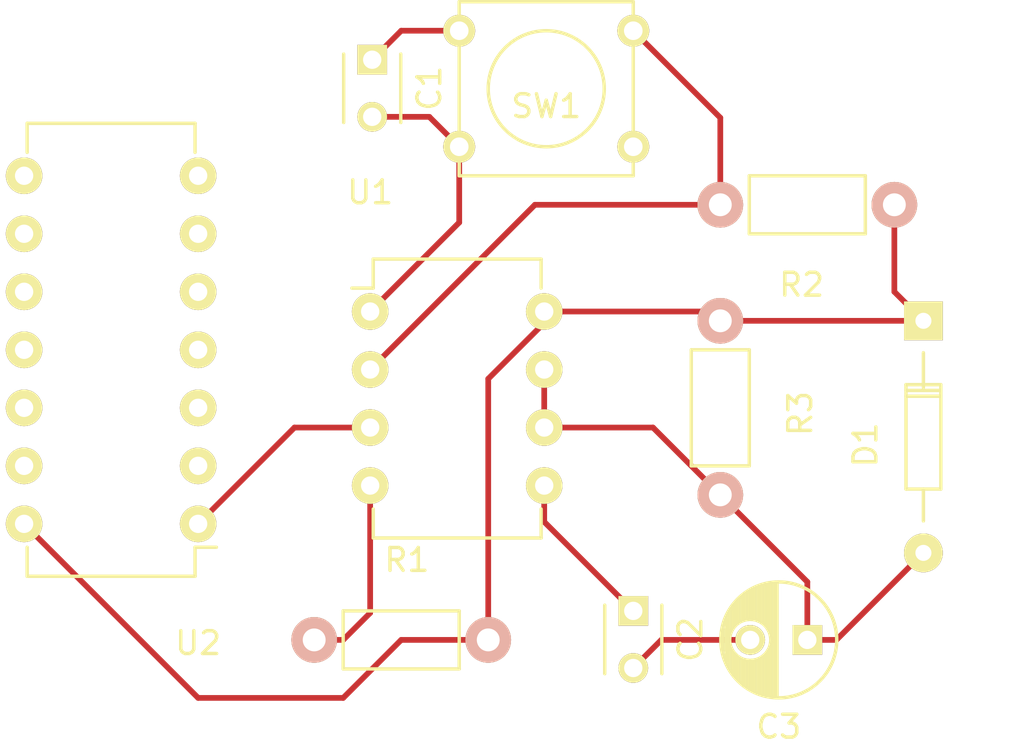
<source format=kicad_pcb>
(kicad_pcb (version 4) (host pcbnew 4.0.4-snap1-stable)

  (general
    (links 22)
    (no_connects 4)
    (area 168.924999 101.324999 214.18354 134.425)
    (thickness 1.6)
    (drawings 0)
    (tracks 40)
    (zones 0)
    (modules 10)
    (nets 9)
  )

  (page A4)
  (layers
    (0 F.Cu signal)
    (31 B.Cu signal)
    (32 B.Adhes user)
    (33 F.Adhes user)
    (34 B.Paste user)
    (35 F.Paste user)
    (36 B.SilkS user)
    (37 F.SilkS user)
    (38 B.Mask user)
    (39 F.Mask user)
    (40 Dwgs.User user)
    (41 Cmts.User user)
    (42 Eco1.User user)
    (43 Eco2.User user)
    (44 Edge.Cuts user)
    (45 Margin user)
    (46 B.CrtYd user)
    (47 F.CrtYd user)
    (48 B.Fab user)
    (49 F.Fab user)
  )

  (setup
    (last_trace_width 0.25)
    (trace_clearance 0.2)
    (zone_clearance 0.508)
    (zone_45_only no)
    (trace_min 0.2)
    (segment_width 0.2)
    (edge_width 0.15)
    (via_size 0.6)
    (via_drill 0.4)
    (via_min_size 0.4)
    (via_min_drill 0.3)
    (uvia_size 0.3)
    (uvia_drill 0.1)
    (uvias_allowed no)
    (uvia_min_size 0.2)
    (uvia_min_drill 0.1)
    (pcb_text_width 0.3)
    (pcb_text_size 1.5 1.5)
    (mod_edge_width 0.15)
    (mod_text_size 1 1)
    (mod_text_width 0.15)
    (pad_size 1.524 1.524)
    (pad_drill 0.762)
    (pad_to_mask_clearance 0.2)
    (aux_axis_origin 0 0)
    (visible_elements FFFFFF7F)
    (pcbplotparams
      (layerselection 0x00030_80000001)
      (usegerberextensions false)
      (excludeedgelayer true)
      (linewidth 0.100000)
      (plotframeref false)
      (viasonmask false)
      (mode 1)
      (useauxorigin false)
      (hpglpennumber 1)
      (hpglpenspeed 20)
      (hpglpendiameter 15)
      (hpglpenoverlay 2)
      (psnegative false)
      (psa4output false)
      (plotreference true)
      (plotvalue true)
      (plotinvisibletext false)
      (padsonsilk false)
      (subtractmaskfromsilk false)
      (outputformat 1)
      (mirror false)
      (drillshape 1)
      (scaleselection 1)
      (outputdirectory ""))
  )

  (net 0 "")
  (net 1 "Net-(C1-Pad1)")
  (net 2 GND)
  (net 3 "Net-(C2-Pad1)")
  (net 4 "Net-(C3-Pad1)")
  (net 5 +5V)
  (net 6 "Net-(R1-Pad1)")
  (net 7 "Net-(U1-Pad3)")
  (net 8 "Net-(U2-Pad2)")

  (net_class Default "This is the default net class."
    (clearance 0.2)
    (trace_width 0.25)
    (via_dia 0.6)
    (via_drill 0.4)
    (uvia_dia 0.3)
    (uvia_drill 0.1)
    (add_net +5V)
    (add_net GND)
    (add_net "Net-(C1-Pad1)")
    (add_net "Net-(C2-Pad1)")
    (add_net "Net-(C3-Pad1)")
    (add_net "Net-(R1-Pad1)")
    (add_net "Net-(U1-Pad3)")
    (add_net "Net-(U2-Pad2)")
  )

  (module Capacitors_ThroughHole:C_Disc_D3_P2.5 (layer F.Cu) (tedit 0) (tstamp 5C5B8853)
    (at 185.42 104.14 270)
    (descr "Capacitor 3mm Disc, Pitch 2.5mm")
    (tags Capacitor)
    (path /5C5B8C44)
    (fp_text reference C1 (at 1.25 -2.5 270) (layer F.SilkS)
      (effects (font (size 1 1) (thickness 0.15)))
    )
    (fp_text value .01uF (at 1.25 2.5 270) (layer F.Fab)
      (effects (font (size 1 1) (thickness 0.15)))
    )
    (fp_line (start -0.9 -1.5) (end 3.4 -1.5) (layer F.CrtYd) (width 0.05))
    (fp_line (start 3.4 -1.5) (end 3.4 1.5) (layer F.CrtYd) (width 0.05))
    (fp_line (start 3.4 1.5) (end -0.9 1.5) (layer F.CrtYd) (width 0.05))
    (fp_line (start -0.9 1.5) (end -0.9 -1.5) (layer F.CrtYd) (width 0.05))
    (fp_line (start -0.25 -1.25) (end 2.75 -1.25) (layer F.SilkS) (width 0.15))
    (fp_line (start 2.75 1.25) (end -0.25 1.25) (layer F.SilkS) (width 0.15))
    (pad 1 thru_hole rect (at 0 0 270) (size 1.3 1.3) (drill 0.8) (layers *.Cu *.Mask F.SilkS)
      (net 1 "Net-(C1-Pad1)"))
    (pad 2 thru_hole circle (at 2.5 0 270) (size 1.3 1.3) (drill 0.8001) (layers *.Cu *.Mask F.SilkS)
      (net 2 GND))
    (model Capacitors_ThroughHole.3dshapes/C_Disc_D3_P2.5.wrl
      (at (xyz 0.0492126 0 0))
      (scale (xyz 1 1 1))
      (rotate (xyz 0 0 0))
    )
  )

  (module Capacitors_ThroughHole:C_Disc_D3_P2.5 (layer F.Cu) (tedit 0) (tstamp 5C5B885F)
    (at 196.85 128.27 270)
    (descr "Capacitor 3mm Disc, Pitch 2.5mm")
    (tags Capacitor)
    (path /5C5B8AFC)
    (fp_text reference C2 (at 1.25 -2.5 270) (layer F.SilkS)
      (effects (font (size 1 1) (thickness 0.15)))
    )
    (fp_text value .01uF (at 1.25 2.5 270) (layer F.Fab)
      (effects (font (size 1 1) (thickness 0.15)))
    )
    (fp_line (start -0.9 -1.5) (end 3.4 -1.5) (layer F.CrtYd) (width 0.05))
    (fp_line (start 3.4 -1.5) (end 3.4 1.5) (layer F.CrtYd) (width 0.05))
    (fp_line (start 3.4 1.5) (end -0.9 1.5) (layer F.CrtYd) (width 0.05))
    (fp_line (start -0.9 1.5) (end -0.9 -1.5) (layer F.CrtYd) (width 0.05))
    (fp_line (start -0.25 -1.25) (end 2.75 -1.25) (layer F.SilkS) (width 0.15))
    (fp_line (start 2.75 1.25) (end -0.25 1.25) (layer F.SilkS) (width 0.15))
    (pad 1 thru_hole rect (at 0 0 270) (size 1.3 1.3) (drill 0.8) (layers *.Cu *.Mask F.SilkS)
      (net 3 "Net-(C2-Pad1)"))
    (pad 2 thru_hole circle (at 2.5 0 270) (size 1.3 1.3) (drill 0.8001) (layers *.Cu *.Mask F.SilkS)
      (net 2 GND))
    (model Capacitors_ThroughHole.3dshapes/C_Disc_D3_P2.5.wrl
      (at (xyz 0.0492126 0 0))
      (scale (xyz 1 1 1))
      (rotate (xyz 0 0 0))
    )
  )

  (module Capacitors_ThroughHole:C_Radial_D5_L6_P2.5 (layer F.Cu) (tedit 0) (tstamp 5C5B8887)
    (at 204.47 129.54 180)
    (descr "Radial Electrolytic Capacitor Diameter 5mm x Length 6mm, Pitch 2.5mm")
    (tags "Electrolytic Capacitor")
    (path /5C5BB1E0)
    (fp_text reference C3 (at 1.25 -3.8 180) (layer F.SilkS)
      (effects (font (size 1 1) (thickness 0.15)))
    )
    (fp_text value 10uF (at 1.25 3.8 180) (layer F.Fab)
      (effects (font (size 1 1) (thickness 0.15)))
    )
    (fp_line (start 1.325 -2.499) (end 1.325 2.499) (layer F.SilkS) (width 0.15))
    (fp_line (start 1.465 -2.491) (end 1.465 2.491) (layer F.SilkS) (width 0.15))
    (fp_line (start 1.605 -2.475) (end 1.605 -0.095) (layer F.SilkS) (width 0.15))
    (fp_line (start 1.605 0.095) (end 1.605 2.475) (layer F.SilkS) (width 0.15))
    (fp_line (start 1.745 -2.451) (end 1.745 -0.49) (layer F.SilkS) (width 0.15))
    (fp_line (start 1.745 0.49) (end 1.745 2.451) (layer F.SilkS) (width 0.15))
    (fp_line (start 1.885 -2.418) (end 1.885 -0.657) (layer F.SilkS) (width 0.15))
    (fp_line (start 1.885 0.657) (end 1.885 2.418) (layer F.SilkS) (width 0.15))
    (fp_line (start 2.025 -2.377) (end 2.025 -0.764) (layer F.SilkS) (width 0.15))
    (fp_line (start 2.025 0.764) (end 2.025 2.377) (layer F.SilkS) (width 0.15))
    (fp_line (start 2.165 -2.327) (end 2.165 -0.835) (layer F.SilkS) (width 0.15))
    (fp_line (start 2.165 0.835) (end 2.165 2.327) (layer F.SilkS) (width 0.15))
    (fp_line (start 2.305 -2.266) (end 2.305 -0.879) (layer F.SilkS) (width 0.15))
    (fp_line (start 2.305 0.879) (end 2.305 2.266) (layer F.SilkS) (width 0.15))
    (fp_line (start 2.445 -2.196) (end 2.445 -0.898) (layer F.SilkS) (width 0.15))
    (fp_line (start 2.445 0.898) (end 2.445 2.196) (layer F.SilkS) (width 0.15))
    (fp_line (start 2.585 -2.114) (end 2.585 -0.896) (layer F.SilkS) (width 0.15))
    (fp_line (start 2.585 0.896) (end 2.585 2.114) (layer F.SilkS) (width 0.15))
    (fp_line (start 2.725 -2.019) (end 2.725 -0.871) (layer F.SilkS) (width 0.15))
    (fp_line (start 2.725 0.871) (end 2.725 2.019) (layer F.SilkS) (width 0.15))
    (fp_line (start 2.865 -1.908) (end 2.865 -0.823) (layer F.SilkS) (width 0.15))
    (fp_line (start 2.865 0.823) (end 2.865 1.908) (layer F.SilkS) (width 0.15))
    (fp_line (start 3.005 -1.78) (end 3.005 -0.745) (layer F.SilkS) (width 0.15))
    (fp_line (start 3.005 0.745) (end 3.005 1.78) (layer F.SilkS) (width 0.15))
    (fp_line (start 3.145 -1.631) (end 3.145 -0.628) (layer F.SilkS) (width 0.15))
    (fp_line (start 3.145 0.628) (end 3.145 1.631) (layer F.SilkS) (width 0.15))
    (fp_line (start 3.285 -1.452) (end 3.285 -0.44) (layer F.SilkS) (width 0.15))
    (fp_line (start 3.285 0.44) (end 3.285 1.452) (layer F.SilkS) (width 0.15))
    (fp_line (start 3.425 -1.233) (end 3.425 1.233) (layer F.SilkS) (width 0.15))
    (fp_line (start 3.565 -0.944) (end 3.565 0.944) (layer F.SilkS) (width 0.15))
    (fp_line (start 3.705 -0.472) (end 3.705 0.472) (layer F.SilkS) (width 0.15))
    (fp_circle (center 2.5 0) (end 2.5 -0.9) (layer F.SilkS) (width 0.15))
    (fp_circle (center 1.25 0) (end 1.25 -2.5375) (layer F.SilkS) (width 0.15))
    (fp_circle (center 1.25 0) (end 1.25 -2.8) (layer F.CrtYd) (width 0.05))
    (pad 1 thru_hole rect (at 0 0 180) (size 1.3 1.3) (drill 0.8) (layers *.Cu *.Mask F.SilkS)
      (net 4 "Net-(C3-Pad1)"))
    (pad 2 thru_hole circle (at 2.5 0 180) (size 1.3 1.3) (drill 0.8) (layers *.Cu *.Mask F.SilkS)
      (net 2 GND))
    (model Capacitors_ThroughHole.3dshapes/C_Radial_D5_L6_P2.5.wrl
      (at (xyz 0.0492126 0 0))
      (scale (xyz 1 1 1))
      (rotate (xyz 0 0 90))
    )
  )

  (module Diodes_ThroughHole:Diode_DO-35_SOD27_Horizontal_RM10 (layer F.Cu) (tedit 552FFC30) (tstamp 5C5B8896)
    (at 209.55 115.57 270)
    (descr "Diode, DO-35,  SOD27, Horizontal, RM 10mm")
    (tags "Diode, DO-35, SOD27, Horizontal, RM 10mm, 1N4148,")
    (path /5C5BBBEA)
    (fp_text reference D1 (at 5.43052 2.53746 270) (layer F.SilkS)
      (effects (font (size 1 1) (thickness 0.15)))
    )
    (fp_text value D (at 4.41452 -3.55854 270) (layer F.Fab)
      (effects (font (size 1 1) (thickness 0.15)))
    )
    (fp_line (start 7.36652 -0.00254) (end 8.76352 -0.00254) (layer F.SilkS) (width 0.15))
    (fp_line (start 2.92152 -0.00254) (end 1.39752 -0.00254) (layer F.SilkS) (width 0.15))
    (fp_line (start 3.30252 -0.76454) (end 3.30252 0.75946) (layer F.SilkS) (width 0.15))
    (fp_line (start 3.04852 -0.76454) (end 3.04852 0.75946) (layer F.SilkS) (width 0.15))
    (fp_line (start 2.79452 -0.00254) (end 2.79452 0.75946) (layer F.SilkS) (width 0.15))
    (fp_line (start 2.79452 0.75946) (end 7.36652 0.75946) (layer F.SilkS) (width 0.15))
    (fp_line (start 7.36652 0.75946) (end 7.36652 -0.76454) (layer F.SilkS) (width 0.15))
    (fp_line (start 7.36652 -0.76454) (end 2.79452 -0.76454) (layer F.SilkS) (width 0.15))
    (fp_line (start 2.79452 -0.76454) (end 2.79452 -0.00254) (layer F.SilkS) (width 0.15))
    (pad 2 thru_hole circle (at 10.16052 -0.00254 90) (size 1.69926 1.69926) (drill 0.70104) (layers *.Cu *.Mask F.SilkS)
      (net 4 "Net-(C3-Pad1)"))
    (pad 1 thru_hole rect (at 0.00052 -0.00254 90) (size 1.69926 1.69926) (drill 0.70104) (layers *.Cu *.Mask F.SilkS)
      (net 5 +5V))
    (model Diodes_ThroughHole.3dshapes/Diode_DO-35_SOD27_Horizontal_RM10.wrl
      (at (xyz 0.2 0 0))
      (scale (xyz 0.4 0.4 0.4))
      (rotate (xyz 0 0 180))
    )
  )

  (module Resistors_ThroughHole:Resistor_Horizontal_RM7mm (layer F.Cu) (tedit 569FCF07) (tstamp 5C5B88A4)
    (at 182.88 129.54)
    (descr "Resistor, Axial,  RM 7.62mm, 1/3W,")
    (tags "Resistor Axial RM 7.62mm 1/3W R3")
    (path /5C5B7D08)
    (fp_text reference R1 (at 4.05892 -3.50012) (layer F.SilkS)
      (effects (font (size 1 1) (thickness 0.15)))
    )
    (fp_text value 3.3K (at 3.81 3.81) (layer F.Fab)
      (effects (font (size 1 1) (thickness 0.15)))
    )
    (fp_line (start -1.25 -1.5) (end 8.85 -1.5) (layer F.CrtYd) (width 0.05))
    (fp_line (start -1.25 1.5) (end -1.25 -1.5) (layer F.CrtYd) (width 0.05))
    (fp_line (start 8.85 -1.5) (end 8.85 1.5) (layer F.CrtYd) (width 0.05))
    (fp_line (start -1.25 1.5) (end 8.85 1.5) (layer F.CrtYd) (width 0.05))
    (fp_line (start 1.27 -1.27) (end 6.35 -1.27) (layer F.SilkS) (width 0.15))
    (fp_line (start 6.35 -1.27) (end 6.35 1.27) (layer F.SilkS) (width 0.15))
    (fp_line (start 6.35 1.27) (end 1.27 1.27) (layer F.SilkS) (width 0.15))
    (fp_line (start 1.27 1.27) (end 1.27 -1.27) (layer F.SilkS) (width 0.15))
    (pad 1 thru_hole circle (at 0 0) (size 1.99898 1.99898) (drill 1.00076) (layers *.Cu *.SilkS *.Mask)
      (net 6 "Net-(R1-Pad1)"))
    (pad 2 thru_hole circle (at 7.62 0) (size 1.99898 1.99898) (drill 1.00076) (layers *.Cu *.SilkS *.Mask)
      (net 5 +5V))
  )

  (module Resistors_ThroughHole:Resistor_Horizontal_RM7mm (layer F.Cu) (tedit 569FCF07) (tstamp 5C5B88B2)
    (at 208.28 110.49 180)
    (descr "Resistor, Axial,  RM 7.62mm, 1/3W,")
    (tags "Resistor Axial RM 7.62mm 1/3W R3")
    (path /5C5B8708)
    (fp_text reference R2 (at 4.05892 -3.50012 180) (layer F.SilkS)
      (effects (font (size 1 1) (thickness 0.15)))
    )
    (fp_text value 1M (at 3.81 3.81 180) (layer F.Fab)
      (effects (font (size 1 1) (thickness 0.15)))
    )
    (fp_line (start -1.25 -1.5) (end 8.85 -1.5) (layer F.CrtYd) (width 0.05))
    (fp_line (start -1.25 1.5) (end -1.25 -1.5) (layer F.CrtYd) (width 0.05))
    (fp_line (start 8.85 -1.5) (end 8.85 1.5) (layer F.CrtYd) (width 0.05))
    (fp_line (start -1.25 1.5) (end 8.85 1.5) (layer F.CrtYd) (width 0.05))
    (fp_line (start 1.27 -1.27) (end 6.35 -1.27) (layer F.SilkS) (width 0.15))
    (fp_line (start 6.35 -1.27) (end 6.35 1.27) (layer F.SilkS) (width 0.15))
    (fp_line (start 6.35 1.27) (end 1.27 1.27) (layer F.SilkS) (width 0.15))
    (fp_line (start 1.27 1.27) (end 1.27 -1.27) (layer F.SilkS) (width 0.15))
    (pad 1 thru_hole circle (at 0 0 180) (size 1.99898 1.99898) (drill 1.00076) (layers *.Cu *.SilkS *.Mask)
      (net 5 +5V))
    (pad 2 thru_hole circle (at 7.62 0 180) (size 1.99898 1.99898) (drill 1.00076) (layers *.Cu *.SilkS *.Mask)
      (net 1 "Net-(C1-Pad1)"))
  )

  (module Resistors_ThroughHole:Resistor_Horizontal_RM7mm (layer F.Cu) (tedit 569FCF07) (tstamp 5C5B88C0)
    (at 200.66 115.57 270)
    (descr "Resistor, Axial,  RM 7.62mm, 1/3W,")
    (tags "Resistor Axial RM 7.62mm 1/3W R3")
    (path /5C5BB145)
    (fp_text reference R3 (at 4.05892 -3.50012 270) (layer F.SilkS)
      (effects (font (size 1 1) (thickness 0.15)))
    )
    (fp_text value 47K (at 3.81 3.81 270) (layer F.Fab)
      (effects (font (size 1 1) (thickness 0.15)))
    )
    (fp_line (start -1.25 -1.5) (end 8.85 -1.5) (layer F.CrtYd) (width 0.05))
    (fp_line (start -1.25 1.5) (end -1.25 -1.5) (layer F.CrtYd) (width 0.05))
    (fp_line (start 8.85 -1.5) (end 8.85 1.5) (layer F.CrtYd) (width 0.05))
    (fp_line (start -1.25 1.5) (end 8.85 1.5) (layer F.CrtYd) (width 0.05))
    (fp_line (start 1.27 -1.27) (end 6.35 -1.27) (layer F.SilkS) (width 0.15))
    (fp_line (start 6.35 -1.27) (end 6.35 1.27) (layer F.SilkS) (width 0.15))
    (fp_line (start 6.35 1.27) (end 1.27 1.27) (layer F.SilkS) (width 0.15))
    (fp_line (start 1.27 1.27) (end 1.27 -1.27) (layer F.SilkS) (width 0.15))
    (pad 1 thru_hole circle (at 0 0 270) (size 1.99898 1.99898) (drill 1.00076) (layers *.Cu *.SilkS *.Mask)
      (net 5 +5V))
    (pad 2 thru_hole circle (at 7.62 0 270) (size 1.99898 1.99898) (drill 1.00076) (layers *.Cu *.SilkS *.Mask)
      (net 4 "Net-(C3-Pad1)"))
  )

  (module Buttons_Switches_ThroughHole:SW_PUSH_SMALL (layer F.Cu) (tedit 0) (tstamp 5C5B88CD)
    (at 193.04 105.41 180)
    (path /5C5B641E)
    (fp_text reference SW1 (at 0 -0.762 180) (layer F.SilkS)
      (effects (font (size 1 1) (thickness 0.15)))
    )
    (fp_text value SW_PUSH (at 0 1.016 180) (layer F.Fab)
      (effects (font (size 1 1) (thickness 0.15)))
    )
    (fp_circle (center 0 0) (end 0 -2.54) (layer F.SilkS) (width 0.15))
    (fp_line (start -3.81 -3.81) (end 3.81 -3.81) (layer F.SilkS) (width 0.15))
    (fp_line (start 3.81 -3.81) (end 3.81 3.81) (layer F.SilkS) (width 0.15))
    (fp_line (start 3.81 3.81) (end -3.81 3.81) (layer F.SilkS) (width 0.15))
    (fp_line (start -3.81 -3.81) (end -3.81 3.81) (layer F.SilkS) (width 0.15))
    (pad 1 thru_hole circle (at 3.81 -2.54 180) (size 1.397 1.397) (drill 0.8128) (layers *.Cu *.Mask F.SilkS)
      (net 2 GND))
    (pad 2 thru_hole circle (at 3.81 2.54 180) (size 1.397 1.397) (drill 0.8128) (layers *.Cu *.Mask F.SilkS)
      (net 1 "Net-(C1-Pad1)"))
    (pad 1 thru_hole circle (at -3.81 -2.54 180) (size 1.397 1.397) (drill 0.8128) (layers *.Cu *.Mask F.SilkS)
      (net 2 GND))
    (pad 2 thru_hole circle (at -3.81 2.54 180) (size 1.397 1.397) (drill 0.8128) (layers *.Cu *.Mask F.SilkS)
      (net 1 "Net-(C1-Pad1)"))
  )

  (module Housings_DIP:DIP-8_W7.62mm (layer F.Cu) (tedit 54130A77) (tstamp 5C5B88E4)
    (at 185.3311 115.1636)
    (descr "8-lead dip package, row spacing 7.62 mm (300 mils)")
    (tags "dil dip 2.54 300")
    (path /5C5B7EE4)
    (fp_text reference U1 (at 0 -5.22) (layer F.SilkS)
      (effects (font (size 1 1) (thickness 0.15)))
    )
    (fp_text value NE555 (at 0 -3.72) (layer F.Fab)
      (effects (font (size 1 1) (thickness 0.15)))
    )
    (fp_line (start -1.05 -2.45) (end -1.05 10.1) (layer F.CrtYd) (width 0.05))
    (fp_line (start 8.65 -2.45) (end 8.65 10.1) (layer F.CrtYd) (width 0.05))
    (fp_line (start -1.05 -2.45) (end 8.65 -2.45) (layer F.CrtYd) (width 0.05))
    (fp_line (start -1.05 10.1) (end 8.65 10.1) (layer F.CrtYd) (width 0.05))
    (fp_line (start 0.135 -2.295) (end 0.135 -1.025) (layer F.SilkS) (width 0.15))
    (fp_line (start 7.485 -2.295) (end 7.485 -1.025) (layer F.SilkS) (width 0.15))
    (fp_line (start 7.485 9.915) (end 7.485 8.645) (layer F.SilkS) (width 0.15))
    (fp_line (start 0.135 9.915) (end 0.135 8.645) (layer F.SilkS) (width 0.15))
    (fp_line (start 0.135 -2.295) (end 7.485 -2.295) (layer F.SilkS) (width 0.15))
    (fp_line (start 0.135 9.915) (end 7.485 9.915) (layer F.SilkS) (width 0.15))
    (fp_line (start 0.135 -1.025) (end -0.8 -1.025) (layer F.SilkS) (width 0.15))
    (pad 1 thru_hole oval (at 0 0) (size 1.6 1.6) (drill 0.8) (layers *.Cu *.Mask F.SilkS)
      (net 2 GND))
    (pad 2 thru_hole oval (at 0 2.54) (size 1.6 1.6) (drill 0.8) (layers *.Cu *.Mask F.SilkS)
      (net 1 "Net-(C1-Pad1)"))
    (pad 3 thru_hole oval (at 0 5.08) (size 1.6 1.6) (drill 0.8) (layers *.Cu *.Mask F.SilkS)
      (net 7 "Net-(U1-Pad3)"))
    (pad 4 thru_hole oval (at 0 7.62) (size 1.6 1.6) (drill 0.8) (layers *.Cu *.Mask F.SilkS)
      (net 6 "Net-(R1-Pad1)"))
    (pad 5 thru_hole oval (at 7.62 7.62) (size 1.6 1.6) (drill 0.8) (layers *.Cu *.Mask F.SilkS)
      (net 3 "Net-(C2-Pad1)"))
    (pad 6 thru_hole oval (at 7.62 5.08) (size 1.6 1.6) (drill 0.8) (layers *.Cu *.Mask F.SilkS)
      (net 4 "Net-(C3-Pad1)"))
    (pad 7 thru_hole oval (at 7.62 2.54) (size 1.6 1.6) (drill 0.8) (layers *.Cu *.Mask F.SilkS)
      (net 4 "Net-(C3-Pad1)"))
    (pad 8 thru_hole oval (at 7.62 0) (size 1.6 1.6) (drill 0.8) (layers *.Cu *.Mask F.SilkS)
      (net 5 +5V))
    (model Housings_DIP.3dshapes/DIP-8_W7.62mm.wrl
      (at (xyz 0 0 0))
      (scale (xyz 1 1 1))
      (rotate (xyz 0 0 0))
    )
  )

  (module Housings_DIP:DIP-14_W7.62mm (layer F.Cu) (tedit 54130A77) (tstamp 5C5B8901)
    (at 177.8 124.46 180)
    (descr "14-lead dip package, row spacing 7.62 mm (300 mils)")
    (tags "dil dip 2.54 300")
    (path /5C5BC0FD)
    (fp_text reference U2 (at 0 -5.22 180) (layer F.SilkS)
      (effects (font (size 1 1) (thickness 0.15)))
    )
    (fp_text value 74LS04 (at 0 -3.72 180) (layer F.Fab)
      (effects (font (size 1 1) (thickness 0.15)))
    )
    (fp_line (start -1.05 -2.45) (end -1.05 17.7) (layer F.CrtYd) (width 0.05))
    (fp_line (start 8.65 -2.45) (end 8.65 17.7) (layer F.CrtYd) (width 0.05))
    (fp_line (start -1.05 -2.45) (end 8.65 -2.45) (layer F.CrtYd) (width 0.05))
    (fp_line (start -1.05 17.7) (end 8.65 17.7) (layer F.CrtYd) (width 0.05))
    (fp_line (start 0.135 -2.295) (end 0.135 -1.025) (layer F.SilkS) (width 0.15))
    (fp_line (start 7.485 -2.295) (end 7.485 -1.025) (layer F.SilkS) (width 0.15))
    (fp_line (start 7.485 17.535) (end 7.485 16.265) (layer F.SilkS) (width 0.15))
    (fp_line (start 0.135 17.535) (end 0.135 16.265) (layer F.SilkS) (width 0.15))
    (fp_line (start 0.135 -2.295) (end 7.485 -2.295) (layer F.SilkS) (width 0.15))
    (fp_line (start 0.135 17.535) (end 7.485 17.535) (layer F.SilkS) (width 0.15))
    (fp_line (start 0.135 -1.025) (end -0.8 -1.025) (layer F.SilkS) (width 0.15))
    (pad 1 thru_hole oval (at 0 0 180) (size 1.6 1.6) (drill 0.8) (layers *.Cu *.Mask F.SilkS)
      (net 7 "Net-(U1-Pad3)"))
    (pad 2 thru_hole oval (at 0 2.54 180) (size 1.6 1.6) (drill 0.8) (layers *.Cu *.Mask F.SilkS)
      (net 8 "Net-(U2-Pad2)"))
    (pad 3 thru_hole oval (at 0 5.08 180) (size 1.6 1.6) (drill 0.8) (layers *.Cu *.Mask F.SilkS))
    (pad 4 thru_hole oval (at 0 7.62 180) (size 1.6 1.6) (drill 0.8) (layers *.Cu *.Mask F.SilkS))
    (pad 5 thru_hole oval (at 0 10.16 180) (size 1.6 1.6) (drill 0.8) (layers *.Cu *.Mask F.SilkS))
    (pad 6 thru_hole oval (at 0 12.7 180) (size 1.6 1.6) (drill 0.8) (layers *.Cu *.Mask F.SilkS))
    (pad 7 thru_hole oval (at 0 15.24 180) (size 1.6 1.6) (drill 0.8) (layers *.Cu *.Mask F.SilkS)
      (net 2 GND))
    (pad 8 thru_hole oval (at 7.62 15.24 180) (size 1.6 1.6) (drill 0.8) (layers *.Cu *.Mask F.SilkS))
    (pad 9 thru_hole oval (at 7.62 12.7 180) (size 1.6 1.6) (drill 0.8) (layers *.Cu *.Mask F.SilkS))
    (pad 10 thru_hole oval (at 7.62 10.16 180) (size 1.6 1.6) (drill 0.8) (layers *.Cu *.Mask F.SilkS))
    (pad 11 thru_hole oval (at 7.62 7.62 180) (size 1.6 1.6) (drill 0.8) (layers *.Cu *.Mask F.SilkS))
    (pad 12 thru_hole oval (at 7.62 5.08 180) (size 1.6 1.6) (drill 0.8) (layers *.Cu *.Mask F.SilkS))
    (pad 13 thru_hole oval (at 7.62 2.54 180) (size 1.6 1.6) (drill 0.8) (layers *.Cu *.Mask F.SilkS))
    (pad 14 thru_hole oval (at 7.62 0 180) (size 1.6 1.6) (drill 0.8) (layers *.Cu *.Mask F.SilkS)
      (net 5 +5V))
    (model Housings_DIP.3dshapes/DIP-14_W7.62mm.wrl
      (at (xyz 0 0 0))
      (scale (xyz 1 1 1))
      (rotate (xyz 0 0 0))
    )
  )

  (segment (start 189.23 102.87) (end 186.69 102.87) (width 0.25) (layer F.Cu) (net 1))
  (segment (start 186.69 102.87) (end 185.42 104.14) (width 0.25) (layer F.Cu) (net 1) (tstamp 5C5B8FDB))
  (segment (start 200.66 110.49) (end 200.66 106.68) (width 0.25) (layer F.Cu) (net 1))
  (segment (start 200.66 106.68) (end 196.85 102.87) (width 0.25) (layer F.Cu) (net 1) (tstamp 5C5B8FD7))
  (segment (start 200.66 110.49) (end 192.5447 110.49) (width 0.25) (layer F.Cu) (net 1))
  (segment (start 192.5447 110.49) (end 185.3311 117.7036) (width 0.25) (layer F.Cu) (net 1) (tstamp 5C5B8E70))
  (segment (start 185.42 106.64) (end 187.92 106.64) (width 0.25) (layer F.Cu) (net 2))
  (segment (start 187.92 106.64) (end 189.23 107.95) (width 0.25) (layer F.Cu) (net 2) (tstamp 5C5B8FE3))
  (segment (start 189.23 107.95) (end 189.23 111.2647) (width 0.25) (layer F.Cu) (net 2))
  (segment (start 189.23 111.2647) (end 185.3311 115.1636) (width 0.25) (layer F.Cu) (net 2) (tstamp 5C5B8FDF))
  (segment (start 201.97 129.54) (end 198.08 129.54) (width 0.25) (layer F.Cu) (net 2))
  (segment (start 198.08 129.54) (end 196.85 130.77) (width 0.25) (layer F.Cu) (net 2) (tstamp 5C5B8D15))
  (segment (start 192.9511 124.3711) (end 196.85 128.27) (width 0.25) (layer F.Cu) (net 3) (tstamp 5C5B8D10))
  (segment (start 192.9511 122.7836) (end 192.9511 124.3711) (width 0.25) (layer F.Cu) (net 3))
  (segment (start 192.9511 117.7036) (end 192.9511 120.2436) (width 0.25) (layer F.Cu) (net 4))
  (segment (start 192.9511 120.2436) (end 197.7136 120.2436) (width 0.25) (layer F.Cu) (net 4))
  (segment (start 197.7136 120.2436) (end 200.66 123.19) (width 0.25) (layer F.Cu) (net 4) (tstamp 5C5B8D20))
  (segment (start 204.47 129.54) (end 204.47 127) (width 0.25) (layer F.Cu) (net 4))
  (segment (start 204.47 127) (end 200.66 123.19) (width 0.25) (layer F.Cu) (net 4) (tstamp 5C5B8D1C))
  (segment (start 204.47 129.54) (end 205.74306 129.54) (width 0.25) (layer F.Cu) (net 4))
  (segment (start 205.74306 129.54) (end 209.55254 125.73052) (width 0.25) (layer F.Cu) (net 4) (tstamp 5C5B8D18))
  (segment (start 190.5 129.54) (end 186.69 129.54) (width 0.25) (layer F.Cu) (net 5) (status 400000))
  (segment (start 177.8 132.08) (end 170.18 124.46) (width 0.25) (layer F.Cu) (net 5) (tstamp 5C5B9278) (status 800000))
  (segment (start 184.15 132.08) (end 177.8 132.08) (width 0.25) (layer F.Cu) (net 5) (tstamp 5C5B9276))
  (segment (start 186.69 129.54) (end 184.15 132.08) (width 0.25) (layer F.Cu) (net 5) (tstamp 5C5B9271))
  (segment (start 208.28 110.49) (end 208.28 114.29798) (width 0.25) (layer F.Cu) (net 5))
  (segment (start 208.28 114.29798) (end 209.55254 115.57052) (width 0.25) (layer F.Cu) (net 5) (tstamp 5C5B8E6B))
  (segment (start 192.9511 115.1636) (end 192.9511 115.6589) (width 0.25) (layer F.Cu) (net 5))
  (segment (start 192.9511 115.6589) (end 190.5 118.11) (width 0.25) (layer F.Cu) (net 5) (tstamp 5C5B8DC2))
  (segment (start 190.5 118.11) (end 190.5 129.54) (width 0.25) (layer F.Cu) (net 5) (tstamp 5C5B8DC3))
  (segment (start 192.5447 115.57) (end 192.9511 115.1636) (width 0.25) (layer F.Cu) (net 5) (tstamp 5C5B8D93))
  (segment (start 200.66 115.57) (end 209.55202 115.57) (width 0.25) (layer F.Cu) (net 5))
  (segment (start 209.55202 115.57) (end 209.55254 115.57052) (width 0.25) (layer F.Cu) (net 5) (tstamp 5C5B8D29))
  (segment (start 192.9511 115.1636) (end 200.2536 115.1636) (width 0.25) (layer F.Cu) (net 5))
  (segment (start 200.2536 115.1636) (end 200.66 115.57) (width 0.25) (layer F.Cu) (net 5) (tstamp 5C5B8D26))
  (segment (start 182.88 129.54) (end 184.15 129.54) (width 0.25) (layer F.Cu) (net 6))
  (segment (start 185.3311 128.3589) (end 185.3311 122.7836) (width 0.25) (layer F.Cu) (net 6) (tstamp 5C5B8D9E))
  (segment (start 184.15 129.54) (end 185.3311 128.3589) (width 0.25) (layer F.Cu) (net 6) (tstamp 5C5B8D9C))
  (segment (start 185.3311 120.2436) (end 182.0164 120.2436) (width 0.25) (layer F.Cu) (net 7) (status 400000))
  (segment (start 182.0164 120.2436) (end 177.8 124.46) (width 0.25) (layer F.Cu) (net 7) (tstamp 5C5B923A) (status 800000))

)

</source>
